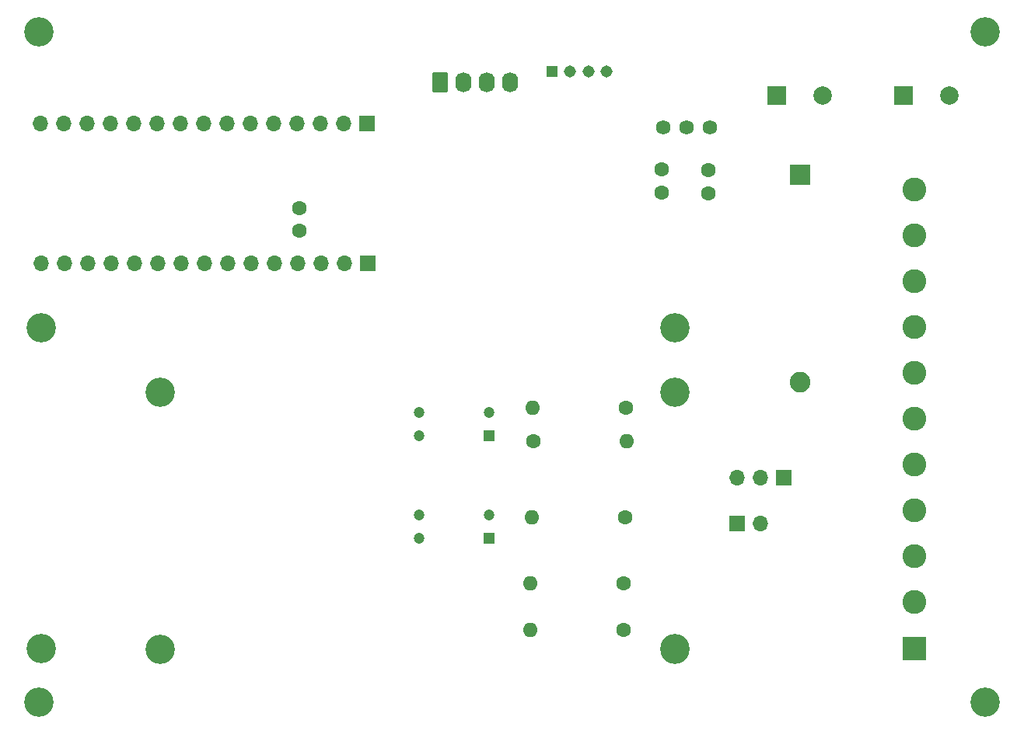
<source format=gbr>
%TF.GenerationSoftware,KiCad,Pcbnew,7.0.9*%
%TF.CreationDate,2024-05-18T15:30:10-06:00*%
%TF.ProjectId,RC12-2,52433132-2d32-42e6-9b69-6361645f7063,rev?*%
%TF.SameCoordinates,Original*%
%TF.FileFunction,Soldermask,Bot*%
%TF.FilePolarity,Negative*%
%FSLAX46Y46*%
G04 Gerber Fmt 4.6, Leading zero omitted, Abs format (unit mm)*
G04 Created by KiCad (PCBNEW 7.0.9) date 2024-05-18 15:30:10*
%MOMM*%
%LPD*%
G01*
G04 APERTURE LIST*
G04 Aperture macros list*
%AMRoundRect*
0 Rectangle with rounded corners*
0 $1 Rounding radius*
0 $2 $3 $4 $5 $6 $7 $8 $9 X,Y pos of 4 corners*
0 Add a 4 corners polygon primitive as box body*
4,1,4,$2,$3,$4,$5,$6,$7,$8,$9,$2,$3,0*
0 Add four circle primitives for the rounded corners*
1,1,$1+$1,$2,$3*
1,1,$1+$1,$4,$5*
1,1,$1+$1,$6,$7*
1,1,$1+$1,$8,$9*
0 Add four rect primitives between the rounded corners*
20,1,$1+$1,$2,$3,$4,$5,0*
20,1,$1+$1,$4,$5,$6,$7,0*
20,1,$1+$1,$6,$7,$8,$9,0*
20,1,$1+$1,$8,$9,$2,$3,0*%
G04 Aperture macros list end*
%ADD10C,3.200000*%
%ADD11R,1.700000X1.700000*%
%ADD12O,1.700000X1.700000*%
%ADD13C,1.600000*%
%ADD14O,1.600000X1.600000*%
%ADD15R,2.600000X2.600000*%
%ADD16C,2.600000*%
%ADD17R,2.000000X2.000000*%
%ADD18C,2.000000*%
%ADD19R,1.200000X1.200000*%
%ADD20C,1.200000*%
%ADD21R,2.250000X2.250000*%
%ADD22C,2.250000*%
%ADD23R,1.308000X1.308000*%
%ADD24C,1.308000*%
%ADD25C,1.590000*%
%ADD26RoundRect,0.250000X-0.620000X-0.845000X0.620000X-0.845000X0.620000X0.845000X-0.620000X0.845000X0*%
%ADD27O,1.740000X2.190000*%
G04 APERTURE END LIST*
D10*
%TO.C, *%
X28500000Y-96500000D03*
%TD*%
D11*
%TO.C,J2*%
X64280000Y-48700000D03*
D12*
X61740000Y-48700000D03*
X59200000Y-48700000D03*
X56660000Y-48700000D03*
X54120000Y-48700000D03*
X51580000Y-48700000D03*
X49040000Y-48700000D03*
X46500000Y-48700000D03*
X43960000Y-48700000D03*
X41420000Y-48700000D03*
X38880000Y-48700000D03*
X36340000Y-48700000D03*
X33800000Y-48700000D03*
X31260000Y-48700000D03*
X28720000Y-48700000D03*
%TD*%
D13*
%TO.C,C3*%
X96275000Y-38475000D03*
X96275000Y-40975000D03*
%TD*%
%TO.C,R4*%
X92180000Y-83550000D03*
D14*
X82020000Y-83550000D03*
%TD*%
D13*
%TO.C,R3*%
X92155000Y-88675000D03*
D14*
X81995000Y-88675000D03*
%TD*%
D11*
%TO.C,J1*%
X64230000Y-33490000D03*
D12*
X61690000Y-33490000D03*
X59150000Y-33490000D03*
X56610000Y-33490000D03*
X54070000Y-33490000D03*
X51530000Y-33490000D03*
X48990000Y-33490000D03*
X46450000Y-33490000D03*
X43910000Y-33490000D03*
X41370000Y-33490000D03*
X38830000Y-33490000D03*
X36290000Y-33490000D03*
X33750000Y-33490000D03*
X31210000Y-33490000D03*
X28670000Y-33490000D03*
%TD*%
D10*
%TO.C, *%
X131500000Y-23500000D03*
%TD*%
%TO.C,REF\u002A\u002A*%
X28700000Y-55700000D03*
X28700000Y-90700000D03*
X97700000Y-55700000D03*
X97700000Y-90700000D03*
%TD*%
D15*
%TO.C,J5*%
X123825000Y-90650000D03*
D16*
X123825000Y-85650000D03*
X123825000Y-80650000D03*
X123825000Y-75650000D03*
X123825000Y-70650000D03*
X123825000Y-65650000D03*
X123825000Y-60650000D03*
X123825000Y-55650000D03*
X123825000Y-50650000D03*
X123825000Y-45650000D03*
X123825000Y-40650000D03*
%TD*%
D17*
%TO.C,C4*%
X108800000Y-30370000D03*
D18*
X113800000Y-30370000D03*
%TD*%
D19*
%TO.C,U2*%
X77535000Y-67515000D03*
D20*
X77535000Y-64975000D03*
X69915000Y-64975000D03*
X69915000Y-67515000D03*
%TD*%
D13*
%TO.C,R6*%
X82325000Y-68100000D03*
D14*
X92485000Y-68100000D03*
%TD*%
D21*
%TO.C,D2*%
X111325000Y-39075000D03*
D22*
X111325000Y-61675000D03*
%TD*%
D17*
%TO.C,C1*%
X122650000Y-30370000D03*
D18*
X127650000Y-30370000D03*
%TD*%
D11*
%TO.C,J12*%
X104485000Y-77050000D03*
D12*
X107025000Y-77050000D03*
%TD*%
D13*
%TO.C,C2*%
X101350000Y-38550000D03*
X101350000Y-41050000D03*
%TD*%
%TO.C,C5*%
X56800000Y-42650000D03*
X56800000Y-45150000D03*
%TD*%
D23*
%TO.C,J6*%
X84325000Y-27825000D03*
D24*
X86325000Y-27825000D03*
X88325000Y-27825000D03*
X90325000Y-27825000D03*
%TD*%
D13*
%TO.C,R7*%
X92285000Y-76350000D03*
D14*
X82125000Y-76350000D03*
%TD*%
D11*
%TO.C,J11*%
X109550000Y-72025000D03*
D12*
X107010000Y-72025000D03*
X104470000Y-72025000D03*
%TD*%
D10*
%TO.C, *%
X28500000Y-23500000D03*
%TD*%
D25*
%TO.C,RG1*%
X96431800Y-33845000D03*
X98971800Y-33845000D03*
X101511800Y-33845000D03*
%TD*%
D10*
%TO.C, *%
X131500000Y-96500000D03*
%TD*%
%TO.C,REF\u002A\u002A*%
X41701500Y-62738500D03*
X41701500Y-90738500D03*
X97701500Y-62738500D03*
X97701500Y-90738500D03*
%TD*%
D19*
%TO.C,U3*%
X77535000Y-78670000D03*
D20*
X77535000Y-76130000D03*
X69915000Y-76130000D03*
X69915000Y-78670000D03*
%TD*%
D26*
%TO.C,J8*%
X72165000Y-28945000D03*
D27*
X74705000Y-28945000D03*
X77245000Y-28945000D03*
X79785000Y-28945000D03*
%TD*%
D13*
%TO.C,R5*%
X92420000Y-64450000D03*
D14*
X82260000Y-64450000D03*
%TD*%
M02*

</source>
